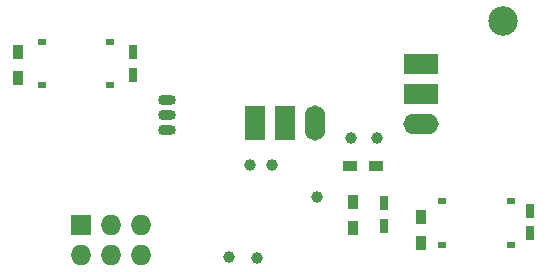
<source format=gbs>
G04 #@! TF.FileFunction,Soldermask,Bot*
%FSLAX46Y46*%
G04 Gerber Fmt 4.6, Leading zero omitted, Abs format (unit mm)*
G04 Created by KiCad (PCBNEW 0.201507042246+5884~23~ubuntu14.04.1-product) date Wed 08 Jul 2015 10:22:00 AM CEST*
%MOMM*%
G01*
G04 APERTURE LIST*
%ADD10C,0.100000*%
%ADD11R,1.200000X0.900000*%
%ADD12R,0.900000X1.200000*%
%ADD13O,3.000000X1.727200*%
%ADD14R,3.000000X1.727200*%
%ADD15C,1.000000*%
%ADD16R,0.750000X1.200000*%
%ADD17R,1.727200X1.727200*%
%ADD18O,1.727200X1.727200*%
%ADD19O,1.727200X3.000000*%
%ADD20R,1.727200X3.000000*%
%ADD21R,0.800000X0.600000*%
%ADD22O,1.501140X0.899160*%
%ADD23C,2.499360*%
G04 APERTURE END LIST*
D10*
D11*
X140300000Y-134400000D03*
X138100000Y-134400000D03*
D12*
X138300000Y-137400000D03*
X138300000Y-139600000D03*
X110000000Y-126900000D03*
X110000000Y-124700000D03*
D13*
X144100000Y-130800000D03*
D14*
X144100000Y-128260000D03*
X144100000Y-125720000D03*
D15*
X138200000Y-132000000D03*
X140400000Y-132000000D03*
X130200000Y-142200000D03*
X127800000Y-142100000D03*
D16*
X153300000Y-138150000D03*
X153300000Y-140050000D03*
X141000000Y-137550000D03*
X141000000Y-139450000D03*
X119700000Y-124750000D03*
X119700000Y-126650000D03*
D12*
X144100000Y-138700000D03*
X144100000Y-140900000D03*
D15*
X135300000Y-137000000D03*
X131500000Y-134300000D03*
X129600000Y-134300000D03*
D17*
X115300000Y-139400000D03*
D18*
X115300000Y-141940000D03*
X117840000Y-139400000D03*
X117840000Y-141940000D03*
X120380000Y-139400000D03*
X120380000Y-141940000D03*
D19*
X135100000Y-130700000D03*
D20*
X132560000Y-130700000D03*
X130020000Y-130700000D03*
D21*
X151700000Y-137350000D03*
X145900000Y-137350000D03*
X151700000Y-141050000D03*
X145900000Y-141050000D03*
X117800000Y-123850000D03*
X112000000Y-123850000D03*
X117800000Y-127550000D03*
X112000000Y-127550000D03*
D22*
X122600000Y-130030000D03*
X122600000Y-128760000D03*
X122600000Y-131300000D03*
D23*
X151000000Y-122100000D03*
M02*

</source>
